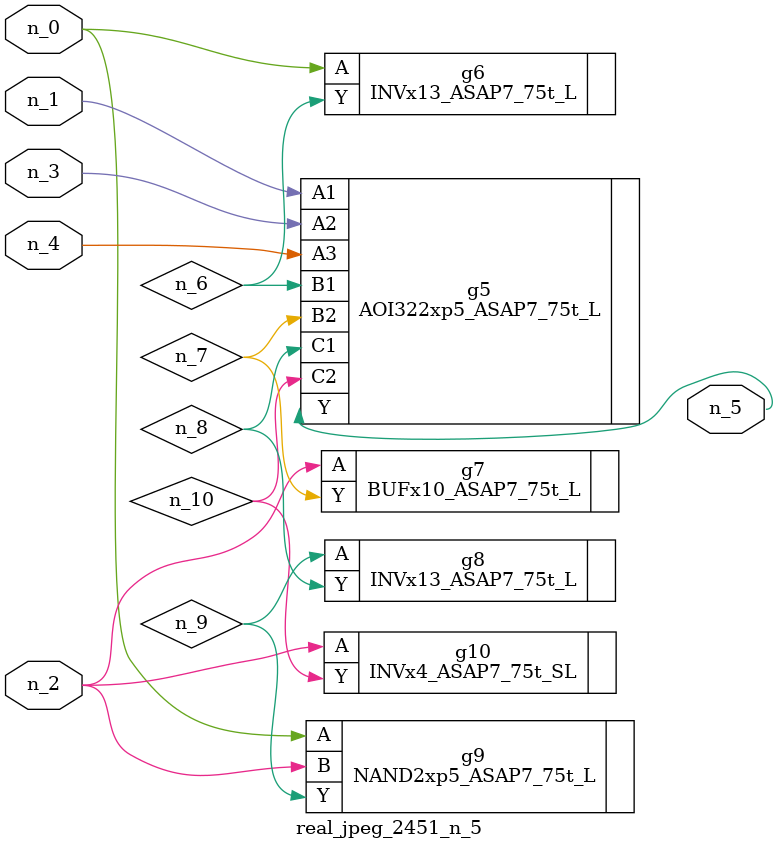
<source format=v>
module real_jpeg_2451_n_5 (n_4, n_0, n_1, n_2, n_3, n_5);

input n_4;
input n_0;
input n_1;
input n_2;
input n_3;

output n_5;

wire n_8;
wire n_6;
wire n_7;
wire n_10;
wire n_9;

INVx13_ASAP7_75t_L g6 ( 
.A(n_0),
.Y(n_6)
);

NAND2xp5_ASAP7_75t_L g9 ( 
.A(n_0),
.B(n_2),
.Y(n_9)
);

AOI322xp5_ASAP7_75t_L g5 ( 
.A1(n_1),
.A2(n_3),
.A3(n_4),
.B1(n_6),
.B2(n_7),
.C1(n_8),
.C2(n_10),
.Y(n_5)
);

BUFx10_ASAP7_75t_L g7 ( 
.A(n_2),
.Y(n_7)
);

INVx4_ASAP7_75t_SL g10 ( 
.A(n_2),
.Y(n_10)
);

INVx13_ASAP7_75t_L g8 ( 
.A(n_9),
.Y(n_8)
);


endmodule
</source>
